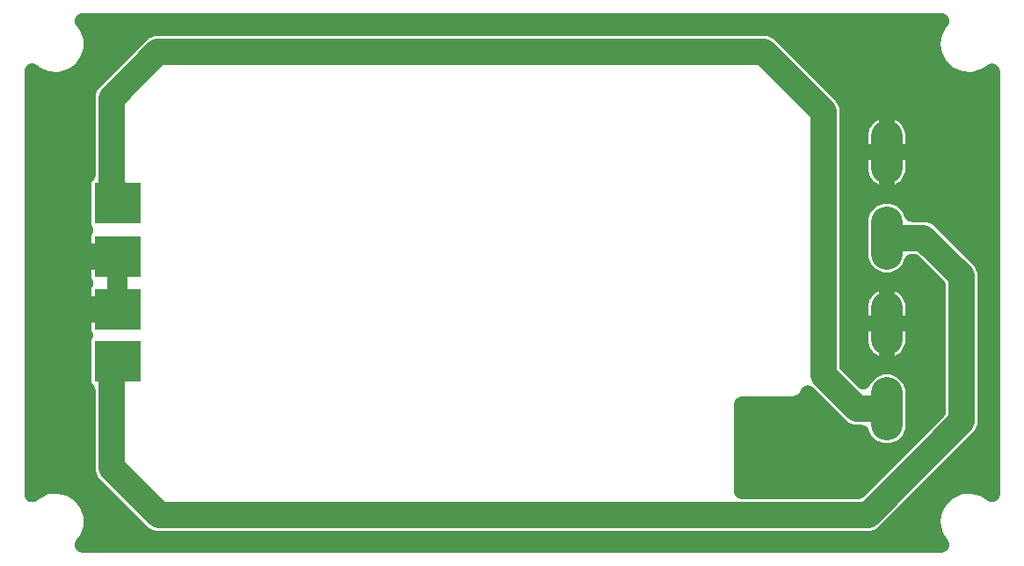
<source format=gbr>
G04 EAGLE Gerber RS-274X export*
G75*
%MOMM*%
%FSLAX34Y34*%
%LPD*%
%INBottom Copper*%
%IPPOS*%
%AMOC8*
5,1,8,0,0,1.08239X$1,22.5*%
G01*
%ADD10C,3.048000*%
%ADD11R,4.445000X4.000000*%
%ADD12C,2.540000*%
%ADD13C,2.540000*%
%ADD14C,1.524000*%

G36*
X990341Y83081D02*
X990341Y83081D01*
X990630Y83088D01*
X990730Y83100D01*
X990832Y83106D01*
X991118Y83150D01*
X991404Y83186D01*
X991503Y83210D01*
X991603Y83225D01*
X991883Y83298D01*
X992164Y83364D01*
X992260Y83397D01*
X992358Y83423D01*
X992629Y83524D01*
X992902Y83618D01*
X992994Y83661D01*
X993089Y83697D01*
X993348Y83826D01*
X993610Y83947D01*
X993697Y83999D01*
X993788Y84044D01*
X994032Y84199D01*
X994280Y84346D01*
X994362Y84407D01*
X994448Y84461D01*
X994675Y84640D01*
X994907Y84812D01*
X994982Y84881D01*
X995062Y84944D01*
X995269Y85144D01*
X995482Y85339D01*
X995549Y85415D01*
X995623Y85486D01*
X995809Y85707D01*
X996000Y85923D01*
X996060Y86005D01*
X996125Y86083D01*
X996288Y86322D01*
X996456Y86556D01*
X996507Y86644D01*
X996564Y86728D01*
X996701Y86983D01*
X996845Y87233D01*
X996886Y87326D01*
X996935Y87415D01*
X997045Y87682D01*
X997163Y87946D01*
X997194Y88043D01*
X997233Y88137D01*
X997316Y88413D01*
X997406Y88688D01*
X997427Y88787D01*
X997456Y88884D01*
X997510Y89168D01*
X997571Y89450D01*
X997583Y89551D01*
X997602Y89651D01*
X997626Y89939D01*
X997658Y90226D01*
X997659Y90328D01*
X997668Y90429D01*
X997663Y90717D01*
X997665Y91006D01*
X997656Y91108D01*
X997654Y91209D01*
X997619Y91496D01*
X997592Y91783D01*
X997573Y91883D01*
X997560Y91984D01*
X997497Y92265D01*
X997440Y92549D01*
X997411Y92646D01*
X997388Y92745D01*
X997296Y93019D01*
X997211Y93295D01*
X997171Y93389D01*
X997139Y93485D01*
X997019Y93748D01*
X996906Y94014D01*
X996858Y94102D01*
X996815Y94195D01*
X996669Y94445D01*
X996530Y94697D01*
X996472Y94781D01*
X996421Y94869D01*
X996250Y95102D01*
X996086Y95339D01*
X996019Y95416D01*
X995959Y95498D01*
X995766Y95712D01*
X995578Y95932D01*
X995483Y96025D01*
X995436Y96077D01*
X995367Y96139D01*
X995226Y96277D01*
X990986Y104114D01*
X989520Y112900D01*
X990986Y121686D01*
X995226Y129521D01*
X1001779Y135554D01*
X1009937Y139132D01*
X1018815Y139868D01*
X1027450Y137681D01*
X1034628Y132992D01*
X1034735Y132929D01*
X1034839Y132859D01*
X1035073Y132732D01*
X1035302Y132599D01*
X1035415Y132548D01*
X1035525Y132488D01*
X1035771Y132387D01*
X1036013Y132277D01*
X1036131Y132238D01*
X1036247Y132190D01*
X1036502Y132114D01*
X1036753Y132030D01*
X1036875Y132003D01*
X1036995Y131967D01*
X1037256Y131917D01*
X1037515Y131859D01*
X1037639Y131845D01*
X1037761Y131822D01*
X1038026Y131799D01*
X1038290Y131768D01*
X1038415Y131766D01*
X1038539Y131755D01*
X1038804Y131760D01*
X1039070Y131756D01*
X1039195Y131767D01*
X1039319Y131769D01*
X1039583Y131801D01*
X1039848Y131824D01*
X1039971Y131848D01*
X1040094Y131863D01*
X1040353Y131921D01*
X1040614Y131971D01*
X1040734Y132007D01*
X1040855Y132035D01*
X1041107Y132120D01*
X1041362Y132196D01*
X1041477Y132244D01*
X1041595Y132284D01*
X1041837Y132394D01*
X1042082Y132497D01*
X1042192Y132556D01*
X1042305Y132608D01*
X1042535Y132742D01*
X1042768Y132869D01*
X1042871Y132939D01*
X1042979Y133002D01*
X1043193Y133160D01*
X1043412Y133310D01*
X1043508Y133390D01*
X1043608Y133464D01*
X1043805Y133642D01*
X1044008Y133814D01*
X1044095Y133904D01*
X1044187Y133987D01*
X1044365Y134185D01*
X1044549Y134376D01*
X1044626Y134474D01*
X1044710Y134567D01*
X1044866Y134781D01*
X1045030Y134991D01*
X1045096Y135097D01*
X1045170Y135197D01*
X1045304Y135427D01*
X1045445Y135652D01*
X1045500Y135764D01*
X1045563Y135871D01*
X1045673Y136114D01*
X1045791Y136352D01*
X1045834Y136468D01*
X1045886Y136582D01*
X1045970Y136834D01*
X1046063Y137083D01*
X1046094Y137204D01*
X1046134Y137322D01*
X1046192Y137581D01*
X1046259Y137839D01*
X1046278Y137962D01*
X1046305Y138084D01*
X1046336Y138347D01*
X1046376Y138610D01*
X1046382Y138735D01*
X1046397Y138859D01*
X1046414Y139370D01*
X1046414Y546430D01*
X1046408Y546554D01*
X1046410Y546679D01*
X1046388Y546944D01*
X1046374Y547209D01*
X1046355Y547332D01*
X1046345Y547457D01*
X1046296Y547718D01*
X1046255Y547980D01*
X1046223Y548101D01*
X1046200Y548224D01*
X1046124Y548478D01*
X1046057Y548735D01*
X1046013Y548852D01*
X1045978Y548972D01*
X1045876Y549217D01*
X1045783Y549466D01*
X1045728Y549578D01*
X1045680Y549693D01*
X1045554Y549927D01*
X1045436Y550165D01*
X1045369Y550271D01*
X1045310Y550380D01*
X1045161Y550600D01*
X1045019Y550825D01*
X1044942Y550923D01*
X1044872Y551026D01*
X1044701Y551229D01*
X1044536Y551439D01*
X1044450Y551528D01*
X1044370Y551624D01*
X1044179Y551808D01*
X1043994Y552000D01*
X1043898Y552080D01*
X1043809Y552167D01*
X1043600Y552331D01*
X1043397Y552502D01*
X1043294Y552572D01*
X1043196Y552650D01*
X1042971Y552792D01*
X1042752Y552941D01*
X1042642Y553000D01*
X1042536Y553067D01*
X1042299Y553186D01*
X1042065Y553312D01*
X1041949Y553359D01*
X1041838Y553415D01*
X1041589Y553508D01*
X1041343Y553610D01*
X1041224Y553646D01*
X1041107Y553690D01*
X1040850Y553757D01*
X1040596Y553833D01*
X1040473Y553856D01*
X1040352Y553888D01*
X1040090Y553929D01*
X1039829Y553978D01*
X1039705Y553989D01*
X1039581Y554008D01*
X1039315Y554022D01*
X1039051Y554045D01*
X1038927Y554042D01*
X1038802Y554049D01*
X1038536Y554036D01*
X1038271Y554031D01*
X1038147Y554016D01*
X1038022Y554010D01*
X1037759Y553969D01*
X1037496Y553937D01*
X1037374Y553910D01*
X1037251Y553891D01*
X1036994Y553824D01*
X1036735Y553765D01*
X1036616Y553725D01*
X1036496Y553694D01*
X1036247Y553601D01*
X1035995Y553516D01*
X1035881Y553464D01*
X1035765Y553420D01*
X1035527Y553303D01*
X1035285Y553192D01*
X1035177Y553129D01*
X1035065Y553074D01*
X1034628Y552808D01*
X1027450Y548119D01*
X1018815Y545932D01*
X1009937Y546668D01*
X1001779Y550246D01*
X995226Y556279D01*
X990986Y564114D01*
X989520Y572900D01*
X990986Y581686D01*
X995227Y589524D01*
X995415Y589715D01*
X995623Y589916D01*
X995688Y589994D01*
X995759Y590067D01*
X995939Y590292D01*
X996125Y590513D01*
X996183Y590597D01*
X996246Y590677D01*
X996401Y590919D01*
X996564Y591159D01*
X996613Y591248D01*
X996667Y591334D01*
X996797Y591591D01*
X996935Y591845D01*
X996974Y591940D01*
X997020Y592030D01*
X997123Y592299D01*
X997233Y592567D01*
X997262Y592664D01*
X997299Y592759D01*
X997374Y593038D01*
X997456Y593315D01*
X997475Y593415D01*
X997502Y593513D01*
X997548Y593798D01*
X997602Y594081D01*
X997610Y594183D01*
X997626Y594283D01*
X997643Y594572D01*
X997668Y594859D01*
X997666Y594961D01*
X997672Y595062D01*
X997659Y595351D01*
X997654Y595639D01*
X997642Y595740D01*
X997637Y595842D01*
X997595Y596128D01*
X997560Y596414D01*
X997538Y596513D01*
X997523Y596614D01*
X997452Y596894D01*
X997388Y597175D01*
X997356Y597272D01*
X997331Y597370D01*
X997231Y597642D01*
X997139Y597915D01*
X997097Y598008D01*
X997062Y598103D01*
X996935Y598362D01*
X996815Y598625D01*
X996764Y598713D01*
X996719Y598804D01*
X996567Y599050D01*
X996421Y599299D01*
X996361Y599381D01*
X996307Y599467D01*
X996130Y599695D01*
X995959Y599928D01*
X995891Y600004D01*
X995829Y600084D01*
X995629Y600293D01*
X995436Y600507D01*
X995360Y600575D01*
X995290Y600649D01*
X995070Y600837D01*
X994856Y601030D01*
X994774Y601089D01*
X994696Y601156D01*
X994458Y601320D01*
X994226Y601490D01*
X994138Y601541D01*
X994054Y601599D01*
X993801Y601738D01*
X993552Y601883D01*
X993459Y601925D01*
X993370Y601974D01*
X993104Y602086D01*
X992841Y602206D01*
X992744Y602238D01*
X992651Y602278D01*
X992374Y602362D01*
X992101Y602454D01*
X992002Y602476D01*
X991904Y602506D01*
X991621Y602562D01*
X991339Y602625D01*
X991238Y602637D01*
X991139Y602656D01*
X990851Y602683D01*
X990564Y602717D01*
X990432Y602721D01*
X990361Y602728D01*
X990268Y602727D01*
X990053Y602734D01*
X162768Y602734D01*
X162719Y602732D01*
X162669Y602734D01*
X162328Y602712D01*
X161988Y602694D01*
X161940Y602687D01*
X161891Y602684D01*
X161554Y602627D01*
X161217Y602575D01*
X161169Y602562D01*
X161121Y602554D01*
X160793Y602464D01*
X160462Y602377D01*
X160416Y602360D01*
X160368Y602347D01*
X160051Y602223D01*
X159731Y602103D01*
X159687Y602081D01*
X159641Y602063D01*
X159338Y601908D01*
X159032Y601756D01*
X158991Y601729D01*
X158947Y601707D01*
X158661Y601521D01*
X158373Y601339D01*
X158334Y601308D01*
X158293Y601282D01*
X158027Y601067D01*
X157759Y600856D01*
X157723Y600822D01*
X157685Y600791D01*
X157444Y600552D01*
X157198Y600314D01*
X157166Y600276D01*
X157131Y600242D01*
X156916Y599979D01*
X156695Y599717D01*
X156667Y599676D01*
X156636Y599638D01*
X156449Y599354D01*
X156256Y599072D01*
X156233Y599028D01*
X156206Y598987D01*
X156048Y598685D01*
X155886Y598385D01*
X155867Y598339D01*
X155844Y598296D01*
X155718Y597979D01*
X155587Y597663D01*
X155573Y597616D01*
X155555Y597571D01*
X155462Y597243D01*
X155364Y596916D01*
X155355Y596867D01*
X155342Y596820D01*
X155282Y596483D01*
X155219Y596149D01*
X155215Y596100D01*
X155206Y596051D01*
X155182Y595710D01*
X155153Y595371D01*
X155154Y595322D01*
X155150Y595273D01*
X155161Y594931D01*
X155167Y594591D01*
X155172Y594542D01*
X155174Y594493D01*
X155219Y594154D01*
X155260Y593816D01*
X155271Y593768D01*
X155277Y593719D01*
X155357Y593387D01*
X155432Y593055D01*
X155448Y593008D01*
X155460Y592960D01*
X155573Y592638D01*
X155682Y592315D01*
X155702Y592270D01*
X155718Y592224D01*
X155864Y591915D01*
X156005Y591605D01*
X156030Y591562D01*
X156051Y591518D01*
X156227Y591226D01*
X156400Y590931D01*
X156429Y590892D01*
X156454Y590850D01*
X156755Y590435D01*
X160379Y585779D01*
X163271Y577354D01*
X163271Y568446D01*
X160379Y560021D01*
X154907Y552991D01*
X147450Y548119D01*
X138815Y545932D01*
X129937Y546668D01*
X121779Y550246D01*
X119525Y552321D01*
X119247Y552552D01*
X118967Y552788D01*
X118945Y552803D01*
X118925Y552819D01*
X118624Y553021D01*
X118321Y553227D01*
X118298Y553239D01*
X118276Y553254D01*
X117955Y553425D01*
X117635Y553597D01*
X117610Y553607D01*
X117587Y553620D01*
X117250Y553757D01*
X116913Y553896D01*
X116888Y553903D01*
X116864Y553913D01*
X116517Y554014D01*
X116165Y554119D01*
X116139Y554124D01*
X116114Y554131D01*
X115758Y554196D01*
X115399Y554264D01*
X115372Y554266D01*
X115347Y554271D01*
X114983Y554299D01*
X114621Y554330D01*
X114595Y554330D01*
X114568Y554332D01*
X114203Y554323D01*
X113841Y554316D01*
X113815Y554313D01*
X113788Y554313D01*
X113426Y554266D01*
X113066Y554223D01*
X113040Y554217D01*
X113014Y554214D01*
X112659Y554131D01*
X112305Y554051D01*
X112280Y554042D01*
X112254Y554036D01*
X111910Y553918D01*
X111565Y553801D01*
X111541Y553790D01*
X111516Y553782D01*
X111188Y553630D01*
X110855Y553478D01*
X110832Y553464D01*
X110808Y553453D01*
X110497Y553268D01*
X110181Y553083D01*
X110160Y553068D01*
X110138Y553054D01*
X109846Y552838D01*
X109552Y552622D01*
X109532Y552604D01*
X109511Y552588D01*
X109244Y552343D01*
X108973Y552098D01*
X108955Y552079D01*
X108936Y552061D01*
X108695Y551790D01*
X108450Y551519D01*
X108435Y551497D01*
X108418Y551478D01*
X108204Y551181D01*
X107990Y550888D01*
X107977Y550866D01*
X107962Y550844D01*
X107780Y550528D01*
X107597Y550214D01*
X107586Y550190D01*
X107573Y550168D01*
X107424Y549834D01*
X107274Y549504D01*
X107266Y549479D01*
X107255Y549455D01*
X107142Y549108D01*
X107026Y548764D01*
X107020Y548738D01*
X107012Y548713D01*
X106935Y548358D01*
X106855Y548002D01*
X106852Y547976D01*
X106846Y547950D01*
X106806Y547587D01*
X106763Y547227D01*
X106762Y547195D01*
X106760Y547175D01*
X106759Y547109D01*
X106746Y546715D01*
X106746Y139085D01*
X106764Y138720D01*
X106781Y138358D01*
X106784Y138332D01*
X106786Y138305D01*
X106842Y137944D01*
X106895Y137585D01*
X106901Y137560D01*
X106905Y137534D01*
X106998Y137180D01*
X107087Y136829D01*
X107096Y136804D01*
X107103Y136779D01*
X107231Y136437D01*
X107356Y136096D01*
X107368Y136073D01*
X107377Y136048D01*
X107540Y135721D01*
X107699Y135395D01*
X107713Y135373D01*
X107724Y135349D01*
X107918Y135042D01*
X108111Y134732D01*
X108127Y134712D01*
X108141Y134689D01*
X108366Y134403D01*
X108589Y134116D01*
X108607Y134097D01*
X108624Y134076D01*
X108877Y133814D01*
X109128Y133551D01*
X109148Y133534D01*
X109166Y133515D01*
X109445Y133280D01*
X109721Y133044D01*
X109743Y133029D01*
X109763Y133012D01*
X110065Y132807D01*
X110364Y132601D01*
X110387Y132588D01*
X110408Y132573D01*
X110730Y132400D01*
X111048Y132225D01*
X111072Y132215D01*
X111095Y132203D01*
X111433Y132063D01*
X111767Y131922D01*
X111792Y131914D01*
X111817Y131904D01*
X112167Y131800D01*
X112514Y131694D01*
X112539Y131689D01*
X112564Y131681D01*
X112923Y131613D01*
X113279Y131543D01*
X113305Y131541D01*
X113331Y131536D01*
X113694Y131505D01*
X114056Y131472D01*
X114083Y131472D01*
X114109Y131470D01*
X114472Y131476D01*
X114837Y131480D01*
X114863Y131483D01*
X114889Y131484D01*
X115250Y131527D01*
X115612Y131568D01*
X115638Y131574D01*
X115664Y131577D01*
X116018Y131657D01*
X116375Y131735D01*
X116400Y131744D01*
X116425Y131749D01*
X116769Y131865D01*
X117116Y131979D01*
X117140Y131990D01*
X117165Y131999D01*
X117496Y132150D01*
X117829Y132298D01*
X117851Y132311D01*
X117875Y132322D01*
X118190Y132507D01*
X118505Y132688D01*
X118526Y132703D01*
X118549Y132717D01*
X118842Y132932D01*
X119137Y133145D01*
X119162Y133166D01*
X119178Y133178D01*
X119226Y133221D01*
X119525Y133479D01*
X121779Y135554D01*
X129937Y139132D01*
X138815Y139868D01*
X147450Y137681D01*
X154907Y132809D01*
X160379Y125779D01*
X163271Y117354D01*
X163271Y108446D01*
X160379Y100021D01*
X156755Y95365D01*
X156727Y95324D01*
X156695Y95287D01*
X156503Y95004D01*
X156308Y94725D01*
X156284Y94682D01*
X156256Y94641D01*
X156094Y94341D01*
X155928Y94043D01*
X155909Y93998D01*
X155886Y93955D01*
X155755Y93640D01*
X155621Y93326D01*
X155606Y93279D01*
X155587Y93233D01*
X155490Y92906D01*
X155388Y92581D01*
X155378Y92533D01*
X155364Y92485D01*
X155301Y92150D01*
X155233Y91816D01*
X155228Y91767D01*
X155219Y91719D01*
X155190Y91379D01*
X155157Y91039D01*
X155157Y90990D01*
X155153Y90941D01*
X155159Y90600D01*
X155160Y90259D01*
X155166Y90210D01*
X155167Y90161D01*
X155207Y89822D01*
X155244Y89483D01*
X155254Y89435D01*
X155260Y89386D01*
X155335Y89053D01*
X155406Y88719D01*
X155421Y88673D01*
X155432Y88625D01*
X155541Y88301D01*
X155646Y87977D01*
X155666Y87932D01*
X155682Y87885D01*
X155823Y87574D01*
X155961Y87262D01*
X155985Y87220D01*
X156005Y87175D01*
X156179Y86879D01*
X156346Y86584D01*
X156375Y86544D01*
X156400Y86501D01*
X156602Y86226D01*
X156800Y85949D01*
X156832Y85912D01*
X156861Y85872D01*
X157090Y85619D01*
X157315Y85363D01*
X157352Y85329D01*
X157385Y85293D01*
X157638Y85065D01*
X157888Y84833D01*
X157928Y84803D01*
X157964Y84770D01*
X158240Y84569D01*
X158513Y84365D01*
X158555Y84339D01*
X158595Y84310D01*
X158890Y84138D01*
X159182Y83962D01*
X159226Y83942D01*
X159269Y83917D01*
X159581Y83775D01*
X159888Y83631D01*
X159934Y83615D01*
X159979Y83594D01*
X160304Y83485D01*
X160625Y83373D01*
X160673Y83362D01*
X160720Y83346D01*
X161052Y83272D01*
X161384Y83192D01*
X161433Y83186D01*
X161481Y83175D01*
X161818Y83135D01*
X162158Y83090D01*
X162207Y83089D01*
X162256Y83083D01*
X162768Y83066D01*
X990053Y83066D01*
X990341Y83081D01*
G37*
%LPC*%
G36*
X233188Y104139D02*
X233188Y104139D01*
X227587Y106460D01*
X177580Y156467D01*
X175259Y162068D01*
X175259Y239467D01*
X175259Y239470D01*
X175259Y239473D01*
X175239Y239858D01*
X175219Y240246D01*
X175219Y240249D01*
X175219Y240252D01*
X175161Y240620D01*
X175100Y241017D01*
X175099Y241021D01*
X175098Y241023D01*
X175003Y241386D01*
X174902Y241772D01*
X174901Y241775D01*
X174900Y241778D01*
X174762Y242145D01*
X174628Y242503D01*
X174627Y242506D01*
X174626Y242509D01*
X174449Y242863D01*
X174281Y243202D01*
X174279Y243205D01*
X174278Y243208D01*
X174068Y243539D01*
X173864Y243862D01*
X173862Y243864D01*
X173860Y243867D01*
X173619Y244173D01*
X173381Y244475D01*
X173379Y244478D01*
X173377Y244480D01*
X173028Y244854D01*
X172001Y245881D01*
X171614Y246815D01*
X171614Y287825D01*
X172286Y289448D01*
X172407Y289788D01*
X172531Y290128D01*
X172538Y290156D01*
X172548Y290184D01*
X172634Y290535D01*
X172722Y290885D01*
X172726Y290914D01*
X172733Y290942D01*
X172782Y291300D01*
X172834Y291657D01*
X172835Y291686D01*
X172839Y291715D01*
X172851Y292075D01*
X172866Y292437D01*
X172864Y292466D01*
X172865Y292495D01*
X172841Y292855D01*
X172819Y293216D01*
X172814Y293245D01*
X172812Y293274D01*
X172750Y293630D01*
X172692Y293986D01*
X172684Y294014D01*
X172679Y294043D01*
X172582Y294391D01*
X172487Y294739D01*
X172476Y294766D01*
X172468Y294794D01*
X172336Y295130D01*
X172206Y295467D01*
X172193Y295493D01*
X172182Y295520D01*
X172025Y295823D01*
X171712Y296579D01*
X171614Y297070D01*
X171614Y307321D01*
X194000Y307321D01*
X194262Y307334D01*
X194524Y307339D01*
X194651Y307354D01*
X194779Y307361D01*
X195039Y307401D01*
X195299Y307432D01*
X195424Y307461D01*
X195551Y307480D01*
X195805Y307547D01*
X196060Y307605D01*
X196182Y307645D01*
X196306Y307678D01*
X196551Y307770D01*
X196800Y307854D01*
X196916Y307907D01*
X197036Y307952D01*
X197271Y308069D01*
X197510Y308177D01*
X197621Y308242D01*
X197735Y308299D01*
X197957Y308439D01*
X198183Y308572D01*
X198287Y308648D01*
X198395Y308716D01*
X198601Y308878D01*
X198813Y309033D01*
X198908Y309119D01*
X199009Y309198D01*
X199197Y309381D01*
X199392Y309557D01*
X199478Y309652D01*
X199570Y309741D01*
X199739Y309942D01*
X199914Y310137D01*
X199990Y310240D01*
X200072Y310338D01*
X200220Y310555D01*
X200375Y310767D01*
X200439Y310877D01*
X200511Y310983D01*
X200636Y311215D01*
X200768Y311441D01*
X200821Y311558D01*
X200882Y311670D01*
X200982Y311913D01*
X201091Y312152D01*
X201131Y312273D01*
X201180Y312392D01*
X201210Y312492D01*
X201312Y312530D01*
X201560Y312614D01*
X201677Y312667D01*
X201797Y312712D01*
X202031Y312829D01*
X202270Y312938D01*
X202381Y313003D01*
X202495Y313059D01*
X202717Y313200D01*
X202944Y313332D01*
X203047Y313408D01*
X203155Y313476D01*
X203362Y313639D01*
X203573Y313794D01*
X203668Y313880D01*
X203769Y313959D01*
X203958Y314141D01*
X204152Y314317D01*
X204238Y314412D01*
X204330Y314501D01*
X204499Y314702D01*
X204675Y314897D01*
X204750Y315000D01*
X204833Y315098D01*
X204980Y315316D01*
X205135Y315527D01*
X205199Y315638D01*
X205271Y315744D01*
X205396Y315975D01*
X205528Y316201D01*
X205581Y316318D01*
X205642Y316431D01*
X205742Y316673D01*
X205851Y316912D01*
X205891Y317033D01*
X205940Y317152D01*
X206016Y317403D01*
X206099Y317652D01*
X206127Y317777D01*
X206163Y317900D01*
X206212Y318158D01*
X206270Y318413D01*
X206285Y318541D01*
X206309Y318667D01*
X206331Y318928D01*
X206362Y319188D01*
X206368Y319360D01*
X206375Y319444D01*
X206373Y319528D01*
X206379Y319700D01*
X206379Y365940D01*
X206366Y366202D01*
X206361Y366464D01*
X206346Y366591D01*
X206339Y366719D01*
X206299Y366979D01*
X206268Y367239D01*
X206239Y367364D01*
X206220Y367491D01*
X206153Y367745D01*
X206095Y368000D01*
X206054Y368122D01*
X206022Y368246D01*
X205930Y368491D01*
X205846Y368740D01*
X205793Y368856D01*
X205748Y368976D01*
X205631Y369211D01*
X205523Y369450D01*
X205458Y369561D01*
X205401Y369675D01*
X205261Y369897D01*
X205128Y370123D01*
X205052Y370227D01*
X204984Y370335D01*
X204822Y370541D01*
X204667Y370753D01*
X204581Y370848D01*
X204501Y370949D01*
X204319Y371137D01*
X204143Y371332D01*
X204048Y371418D01*
X203959Y371510D01*
X203758Y371679D01*
X203563Y371854D01*
X203460Y371930D01*
X203362Y372012D01*
X203145Y372160D01*
X202933Y372315D01*
X202823Y372379D01*
X202717Y372451D01*
X202485Y372576D01*
X202259Y372708D01*
X202142Y372761D01*
X202030Y372822D01*
X201787Y372922D01*
X201548Y373031D01*
X201427Y373071D01*
X201308Y373120D01*
X201208Y373150D01*
X201170Y373252D01*
X201086Y373500D01*
X201033Y373617D01*
X200988Y373737D01*
X200871Y373971D01*
X200762Y374210D01*
X200697Y374321D01*
X200641Y374435D01*
X200500Y374657D01*
X200368Y374884D01*
X200292Y374987D01*
X200224Y375095D01*
X200061Y375302D01*
X199906Y375513D01*
X199820Y375608D01*
X199741Y375709D01*
X199559Y375898D01*
X199383Y376092D01*
X199288Y376178D01*
X199199Y376270D01*
X198998Y376439D01*
X198803Y376615D01*
X198700Y376690D01*
X198602Y376773D01*
X198384Y376920D01*
X198173Y377075D01*
X198062Y377139D01*
X197956Y377211D01*
X197725Y377336D01*
X197499Y377468D01*
X197382Y377521D01*
X197269Y377582D01*
X197027Y377682D01*
X196788Y377791D01*
X196667Y377831D01*
X196548Y377880D01*
X196297Y377956D01*
X196048Y378039D01*
X195923Y378067D01*
X195800Y378103D01*
X195542Y378152D01*
X195287Y378210D01*
X195159Y378225D01*
X195033Y378249D01*
X194772Y378271D01*
X194512Y378302D01*
X194340Y378308D01*
X194256Y378315D01*
X194172Y378313D01*
X194000Y378319D01*
X171614Y378319D01*
X171614Y388570D01*
X171712Y389061D01*
X171919Y389562D01*
X172022Y389735D01*
X172210Y390044D01*
X172223Y390070D01*
X172238Y390096D01*
X172390Y390422D01*
X172545Y390749D01*
X172554Y390777D01*
X172567Y390803D01*
X172684Y391143D01*
X172805Y391484D01*
X172812Y391513D01*
X172822Y391541D01*
X172904Y391892D01*
X172989Y392243D01*
X172993Y392272D01*
X173000Y392301D01*
X173047Y392662D01*
X173095Y393016D01*
X173096Y393045D01*
X173100Y393075D01*
X173109Y393438D01*
X173121Y393796D01*
X173119Y393826D01*
X173120Y393855D01*
X173092Y394217D01*
X173067Y394575D01*
X173062Y394604D01*
X173060Y394633D01*
X172995Y394991D01*
X172933Y395344D01*
X172925Y395372D01*
X172920Y395401D01*
X172820Y395748D01*
X172722Y396095D01*
X172709Y396129D01*
X172703Y396151D01*
X172677Y396215D01*
X172542Y396574D01*
X171614Y398815D01*
X171614Y439825D01*
X172001Y440759D01*
X173028Y441786D01*
X173030Y441788D01*
X173032Y441790D01*
X173288Y442074D01*
X173551Y442365D01*
X173552Y442368D01*
X173555Y442370D01*
X173769Y442663D01*
X174011Y442995D01*
X174013Y442998D01*
X174015Y443000D01*
X174206Y443327D01*
X174405Y443669D01*
X174407Y443672D01*
X174408Y443674D01*
X174565Y444020D01*
X174728Y444379D01*
X174729Y444382D01*
X174731Y444385D01*
X174840Y444712D01*
X174977Y445119D01*
X174978Y445122D01*
X174979Y445125D01*
X175060Y445487D01*
X175149Y445880D01*
X175149Y445884D01*
X175150Y445887D01*
X175192Y446237D01*
X175242Y446655D01*
X175242Y446659D01*
X175242Y446662D01*
X175259Y447173D01*
X175259Y523732D01*
X177580Y529333D01*
X182938Y534692D01*
X220958Y572711D01*
X220958Y572712D01*
X220962Y572716D01*
X220963Y572716D01*
X226317Y578070D01*
X231918Y580391D01*
X822182Y580391D01*
X827783Y578070D01*
X833142Y572712D01*
X833142Y572711D01*
X889220Y516633D01*
X891541Y511032D01*
X891541Y263469D01*
X891541Y263466D01*
X891541Y263463D01*
X891561Y263070D01*
X891581Y262689D01*
X891581Y262686D01*
X891581Y262683D01*
X891643Y262287D01*
X891700Y261918D01*
X891701Y261915D01*
X891701Y261912D01*
X891806Y261513D01*
X891898Y261163D01*
X891899Y261160D01*
X891900Y261157D01*
X892038Y260791D01*
X892172Y260432D01*
X892173Y260429D01*
X892174Y260427D01*
X892345Y260083D01*
X892519Y259733D01*
X892521Y259731D01*
X892522Y259728D01*
X892737Y259390D01*
X892936Y259074D01*
X892938Y259071D01*
X892940Y259069D01*
X893181Y258763D01*
X893419Y258460D01*
X893421Y258458D01*
X893423Y258455D01*
X893772Y258081D01*
X909271Y242583D01*
X909417Y242451D01*
X909556Y242312D01*
X909706Y242190D01*
X909850Y242060D01*
X910009Y241944D01*
X910162Y241820D01*
X910324Y241713D01*
X910480Y241599D01*
X910650Y241500D01*
X910815Y241392D01*
X910987Y241303D01*
X911154Y241205D01*
X911333Y241123D01*
X911508Y241033D01*
X911688Y240962D01*
X911864Y240882D01*
X912051Y240819D01*
X912234Y240747D01*
X912421Y240695D01*
X912604Y240633D01*
X912796Y240590D01*
X912986Y240537D01*
X913177Y240504D01*
X913365Y240462D01*
X913561Y240438D01*
X913755Y240405D01*
X913948Y240392D01*
X914140Y240369D01*
X914337Y240365D01*
X914534Y240352D01*
X914727Y240359D01*
X914921Y240356D01*
X915117Y240373D01*
X915314Y240379D01*
X915506Y240406D01*
X915698Y240422D01*
X915892Y240459D01*
X916087Y240486D01*
X916275Y240532D01*
X916465Y240568D01*
X916653Y240625D01*
X916845Y240672D01*
X917027Y240737D01*
X917213Y240792D01*
X917395Y240867D01*
X917580Y240934D01*
X917755Y241017D01*
X917934Y241091D01*
X918107Y241185D01*
X918285Y241269D01*
X918450Y241370D01*
X918620Y241462D01*
X918783Y241573D01*
X918951Y241676D01*
X919105Y241793D01*
X919265Y241902D01*
X919416Y242029D01*
X919573Y242148D01*
X919714Y242280D01*
X919862Y242405D01*
X919999Y242546D01*
X920142Y242681D01*
X920270Y242827D01*
X920404Y242966D01*
X920526Y243121D01*
X920655Y243270D01*
X920766Y243428D01*
X920886Y243580D01*
X920991Y243747D01*
X921104Y243908D01*
X921199Y244077D01*
X921302Y244240D01*
X921390Y244417D01*
X921486Y244589D01*
X921608Y244857D01*
X921649Y244940D01*
X921665Y244983D01*
X921698Y245055D01*
X922326Y246572D01*
X927328Y251574D01*
X933863Y254281D01*
X940937Y254281D01*
X947472Y251574D01*
X952474Y246572D01*
X955181Y240037D01*
X955181Y202483D01*
X952474Y195948D01*
X947472Y190946D01*
X940937Y188239D01*
X933863Y188239D01*
X927328Y190946D01*
X922326Y195948D01*
X920103Y201316D01*
X919962Y201612D01*
X919826Y201910D01*
X919794Y201964D01*
X919768Y202021D01*
X919598Y202300D01*
X919431Y202584D01*
X919395Y202634D01*
X919362Y202687D01*
X919164Y202949D01*
X918970Y203213D01*
X918928Y203260D01*
X918890Y203309D01*
X918667Y203549D01*
X918447Y203792D01*
X918400Y203834D01*
X918358Y203880D01*
X918110Y204095D01*
X917867Y204315D01*
X917816Y204351D01*
X917769Y204392D01*
X917501Y204582D01*
X917237Y204775D01*
X917183Y204806D01*
X917132Y204842D01*
X916846Y205003D01*
X916563Y205168D01*
X916505Y205194D01*
X916451Y205225D01*
X916151Y205355D01*
X915852Y205491D01*
X915792Y205511D01*
X915735Y205535D01*
X915423Y205634D01*
X915112Y205739D01*
X915051Y205753D01*
X914991Y205771D01*
X914671Y205838D01*
X914350Y205910D01*
X914288Y205917D01*
X914227Y205930D01*
X913901Y205963D01*
X913575Y206002D01*
X913497Y206005D01*
X913451Y206009D01*
X913357Y206009D01*
X913064Y206019D01*
X906008Y206019D01*
X900407Y208340D01*
X868739Y240008D01*
X866837Y241909D01*
X866691Y242041D01*
X866552Y242180D01*
X866401Y242302D01*
X866258Y242432D01*
X866099Y242548D01*
X865946Y242672D01*
X865784Y242779D01*
X865628Y242893D01*
X865458Y242992D01*
X865293Y243100D01*
X865121Y243189D01*
X864954Y243287D01*
X864775Y243369D01*
X864600Y243459D01*
X864420Y243530D01*
X864244Y243610D01*
X864057Y243673D01*
X863874Y243745D01*
X863687Y243797D01*
X863504Y243859D01*
X863312Y243902D01*
X863122Y243955D01*
X862931Y243988D01*
X862743Y244030D01*
X862547Y244054D01*
X862353Y244087D01*
X862160Y244100D01*
X861968Y244123D01*
X861771Y244127D01*
X861574Y244140D01*
X861381Y244133D01*
X861187Y244136D01*
X860991Y244119D01*
X860794Y244113D01*
X860603Y244086D01*
X860410Y244070D01*
X860216Y244033D01*
X860021Y244006D01*
X859833Y243960D01*
X859643Y243924D01*
X859455Y243867D01*
X859263Y243820D01*
X859081Y243755D01*
X858895Y243700D01*
X858713Y243624D01*
X858528Y243558D01*
X858353Y243475D01*
X858174Y243401D01*
X858001Y243307D01*
X857823Y243223D01*
X857658Y243122D01*
X857488Y243030D01*
X857325Y242919D01*
X857157Y242816D01*
X857003Y242700D01*
X856843Y242590D01*
X856692Y242463D01*
X856535Y242344D01*
X856394Y242212D01*
X856246Y242087D01*
X856109Y241946D01*
X855966Y241811D01*
X855838Y241665D01*
X855704Y241526D01*
X855582Y241371D01*
X855453Y241222D01*
X855342Y241064D01*
X855222Y240912D01*
X855117Y240745D01*
X855004Y240584D01*
X854909Y240415D01*
X854806Y240252D01*
X854718Y240075D01*
X854622Y239903D01*
X854501Y239636D01*
X854459Y239552D01*
X854443Y239509D01*
X854410Y239437D01*
X853656Y237617D01*
X850796Y234757D01*
X847060Y233209D01*
X797823Y233209D01*
X797561Y233196D01*
X797299Y233191D01*
X797172Y233176D01*
X797044Y233169D01*
X796784Y233129D01*
X796524Y233098D01*
X796399Y233069D01*
X796272Y233050D01*
X796018Y232983D01*
X795763Y232925D01*
X795641Y232884D01*
X795517Y232852D01*
X795272Y232760D01*
X795023Y232676D01*
X794907Y232623D01*
X794787Y232578D01*
X794552Y232461D01*
X794313Y232353D01*
X794202Y232288D01*
X794088Y232231D01*
X793866Y232091D01*
X793639Y231958D01*
X793536Y231882D01*
X793428Y231814D01*
X793221Y231652D01*
X793010Y231497D01*
X792915Y231411D01*
X792814Y231331D01*
X792626Y231149D01*
X792431Y230973D01*
X792345Y230878D01*
X792253Y230789D01*
X792084Y230588D01*
X791909Y230393D01*
X791833Y230290D01*
X791751Y230192D01*
X791603Y229975D01*
X791448Y229763D01*
X791384Y229653D01*
X791312Y229547D01*
X791187Y229315D01*
X791055Y229089D01*
X791002Y228972D01*
X790941Y228860D01*
X790841Y228617D01*
X790732Y228378D01*
X790692Y228257D01*
X790643Y228138D01*
X790568Y227887D01*
X790484Y227638D01*
X790456Y227513D01*
X790420Y227391D01*
X790371Y227132D01*
X790313Y226877D01*
X790298Y226750D01*
X790274Y226624D01*
X790252Y226362D01*
X790221Y226102D01*
X790215Y225930D01*
X790208Y225846D01*
X790210Y225762D01*
X790204Y225590D01*
X790204Y142240D01*
X790217Y141978D01*
X790222Y141716D01*
X790237Y141589D01*
X790244Y141461D01*
X790284Y141201D01*
X790315Y140941D01*
X790344Y140816D01*
X790363Y140689D01*
X790430Y140435D01*
X790488Y140180D01*
X790529Y140058D01*
X790561Y139934D01*
X790653Y139688D01*
X790737Y139440D01*
X790790Y139323D01*
X790835Y139203D01*
X790952Y138969D01*
X791061Y138730D01*
X791125Y138619D01*
X791182Y138505D01*
X791322Y138283D01*
X791455Y138056D01*
X791531Y137953D01*
X791599Y137845D01*
X791762Y137638D01*
X791917Y137427D01*
X792002Y137332D01*
X792082Y137231D01*
X792264Y137042D01*
X792440Y136848D01*
X792535Y136762D01*
X792624Y136670D01*
X792825Y136501D01*
X793020Y136325D01*
X793123Y136250D01*
X793221Y136167D01*
X793439Y136020D01*
X793650Y135865D01*
X793760Y135801D01*
X793867Y135729D01*
X794098Y135604D01*
X794324Y135472D01*
X794441Y135419D01*
X794553Y135358D01*
X794796Y135258D01*
X795035Y135149D01*
X795156Y135109D01*
X795275Y135060D01*
X795526Y134984D01*
X795775Y134901D01*
X795900Y134873D01*
X796023Y134837D01*
X796281Y134788D01*
X796536Y134730D01*
X796663Y134715D01*
X796789Y134691D01*
X797051Y134669D01*
X797311Y134638D01*
X797483Y134632D01*
X797567Y134625D01*
X797651Y134627D01*
X797823Y134621D01*
X910011Y134621D01*
X910014Y134621D01*
X910017Y134621D01*
X910403Y134641D01*
X910791Y134661D01*
X910794Y134661D01*
X910797Y134661D01*
X911164Y134719D01*
X911562Y134780D01*
X911565Y134781D01*
X911568Y134782D01*
X911935Y134878D01*
X912317Y134978D01*
X912320Y134979D01*
X912323Y134980D01*
X912689Y135118D01*
X913048Y135252D01*
X913050Y135253D01*
X913053Y135254D01*
X913409Y135431D01*
X913747Y135599D01*
X913749Y135601D01*
X913752Y135602D01*
X914084Y135812D01*
X914406Y136016D01*
X914409Y136018D01*
X914411Y136020D01*
X914717Y136261D01*
X915020Y136499D01*
X915022Y136501D01*
X915025Y136503D01*
X915399Y136852D01*
X992178Y213631D01*
X992180Y213634D01*
X992182Y213636D01*
X992438Y213919D01*
X992701Y214211D01*
X992702Y214213D01*
X992705Y214216D01*
X992926Y214519D01*
X993161Y214841D01*
X993163Y214843D01*
X993165Y214846D01*
X993356Y215173D01*
X993555Y215514D01*
X993557Y215517D01*
X993558Y215520D01*
X993714Y215863D01*
X993878Y216225D01*
X993879Y216228D01*
X993881Y216231D01*
X994001Y216589D01*
X994127Y216965D01*
X994128Y216968D01*
X994129Y216971D01*
X994210Y217332D01*
X994299Y217726D01*
X994299Y217729D01*
X994300Y217732D01*
X994341Y218080D01*
X994392Y218501D01*
X994392Y218504D01*
X994392Y218507D01*
X994409Y219019D01*
X994409Y339781D01*
X994409Y339784D01*
X994409Y339787D01*
X994390Y340152D01*
X994369Y340561D01*
X994369Y340564D01*
X994369Y340567D01*
X994315Y340909D01*
X994250Y341332D01*
X994249Y341335D01*
X994248Y341338D01*
X994154Y341699D01*
X994052Y342087D01*
X994051Y342090D01*
X994050Y342093D01*
X993912Y342459D01*
X993778Y342818D01*
X993777Y342820D01*
X993776Y342823D01*
X993602Y343173D01*
X993431Y343517D01*
X993429Y343519D01*
X993428Y343522D01*
X993218Y343854D01*
X993014Y344176D01*
X993012Y344179D01*
X993010Y344181D01*
X992777Y344477D01*
X992531Y344790D01*
X992529Y344792D01*
X992527Y344795D01*
X992178Y345169D01*
X968559Y368788D01*
X968556Y368790D01*
X968554Y368792D01*
X968271Y369048D01*
X967979Y369311D01*
X967977Y369312D01*
X967974Y369315D01*
X967671Y369536D01*
X967349Y369771D01*
X967347Y369773D01*
X967344Y369775D01*
X967017Y369966D01*
X966676Y370165D01*
X966673Y370167D01*
X966670Y370168D01*
X966320Y370327D01*
X965965Y370488D01*
X965962Y370489D01*
X965959Y370491D01*
X965601Y370611D01*
X965225Y370737D01*
X965222Y370738D01*
X965219Y370739D01*
X964858Y370820D01*
X964464Y370909D01*
X964461Y370909D01*
X964458Y370910D01*
X964092Y370953D01*
X963689Y371002D01*
X963686Y371002D01*
X963683Y371002D01*
X963171Y371019D01*
X961736Y371019D01*
X961409Y371002D01*
X961081Y370991D01*
X961019Y370982D01*
X960957Y370979D01*
X960633Y370929D01*
X960308Y370884D01*
X960247Y370869D01*
X960186Y370860D01*
X959869Y370777D01*
X959550Y370699D01*
X959491Y370678D01*
X959431Y370662D01*
X959124Y370547D01*
X958815Y370437D01*
X958758Y370410D01*
X958700Y370388D01*
X958406Y370242D01*
X958110Y370101D01*
X958057Y370069D01*
X958001Y370041D01*
X957724Y369866D01*
X957444Y369695D01*
X957394Y369657D01*
X957341Y369624D01*
X957083Y369421D01*
X956822Y369223D01*
X956777Y369180D01*
X956728Y369141D01*
X956492Y368913D01*
X956252Y368690D01*
X956211Y368642D01*
X956167Y368599D01*
X955956Y368348D01*
X955740Y368101D01*
X955704Y368050D01*
X955664Y368002D01*
X955479Y367731D01*
X955291Y367463D01*
X955260Y367408D01*
X955225Y367357D01*
X955069Y367068D01*
X954909Y366782D01*
X954876Y366710D01*
X954854Y366670D01*
X954819Y366584D01*
X954697Y366316D01*
X952474Y360948D01*
X947472Y355946D01*
X940937Y353239D01*
X933863Y353239D01*
X927328Y355946D01*
X922326Y360948D01*
X919619Y367483D01*
X919619Y405037D01*
X922326Y411572D01*
X927328Y416574D01*
X933863Y419281D01*
X940937Y419281D01*
X947472Y416574D01*
X952474Y411572D01*
X954697Y406204D01*
X954838Y405908D01*
X954974Y405610D01*
X955006Y405556D01*
X955032Y405499D01*
X955202Y405220D01*
X955369Y404936D01*
X955405Y404886D01*
X955438Y404833D01*
X955636Y404571D01*
X955830Y404307D01*
X955872Y404260D01*
X955910Y404211D01*
X956133Y403971D01*
X956353Y403728D01*
X956400Y403686D01*
X956442Y403640D01*
X956690Y403425D01*
X956933Y403205D01*
X956984Y403169D01*
X957031Y403128D01*
X957299Y402938D01*
X957563Y402745D01*
X957617Y402714D01*
X957668Y402678D01*
X957954Y402517D01*
X958237Y402352D01*
X958295Y402326D01*
X958349Y402295D01*
X958649Y402165D01*
X958948Y402029D01*
X959008Y402009D01*
X959065Y401985D01*
X959377Y401886D01*
X959688Y401781D01*
X959749Y401767D01*
X959809Y401749D01*
X960129Y401682D01*
X960450Y401610D01*
X960512Y401603D01*
X960573Y401590D01*
X960899Y401557D01*
X961225Y401518D01*
X961303Y401515D01*
X961349Y401511D01*
X961443Y401511D01*
X961736Y401501D01*
X975672Y401501D01*
X981273Y399180D01*
X1022570Y357883D01*
X1024891Y352282D01*
X1024891Y206518D01*
X1022570Y200917D01*
X928113Y106460D01*
X922512Y104139D01*
X233188Y104139D01*
G37*
%LPD*%
%LPC*%
G36*
X171614Y327319D02*
X171614Y327319D01*
X171614Y337570D01*
X171712Y338061D01*
X171903Y338523D01*
X171946Y338587D01*
X172114Y338869D01*
X172286Y339148D01*
X172314Y339204D01*
X172346Y339257D01*
X172484Y339555D01*
X172627Y339850D01*
X172648Y339908D01*
X172675Y339965D01*
X172782Y340274D01*
X172894Y340583D01*
X172909Y340644D01*
X172930Y340703D01*
X173005Y341022D01*
X173085Y341340D01*
X173094Y341402D01*
X173108Y341462D01*
X173150Y341788D01*
X173197Y342112D01*
X173200Y342175D01*
X173208Y342236D01*
X173216Y342565D01*
X173230Y342892D01*
X173226Y342954D01*
X173227Y343017D01*
X173202Y343343D01*
X173182Y343671D01*
X173172Y343733D01*
X173167Y343795D01*
X173109Y344117D01*
X173055Y344441D01*
X173039Y344502D01*
X173028Y344563D01*
X172937Y344877D01*
X172851Y345194D01*
X172828Y345253D01*
X172811Y345312D01*
X172688Y345616D01*
X172570Y345923D01*
X172541Y345978D01*
X172518Y346036D01*
X172365Y346326D01*
X172216Y346618D01*
X172174Y346685D01*
X172153Y346726D01*
X172101Y346803D01*
X171946Y347053D01*
X171903Y347117D01*
X171712Y347579D01*
X171614Y348070D01*
X171614Y358321D01*
X186381Y358321D01*
X186381Y327319D01*
X171614Y327319D01*
G37*
%LPD*%
%LPC*%
G36*
X945019Y476429D02*
X945019Y476429D01*
X945019Y500116D01*
X946015Y499637D01*
X947705Y498574D01*
X949267Y497329D01*
X950679Y495917D01*
X951924Y494355D01*
X952987Y492665D01*
X953853Y490865D01*
X954513Y488980D01*
X954957Y487033D01*
X955181Y485049D01*
X955181Y476429D01*
X945019Y476429D01*
G37*
%LPD*%
%LPC*%
G36*
X945019Y311379D02*
X945019Y311379D01*
X945019Y335066D01*
X946015Y334587D01*
X947705Y333524D01*
X949267Y332279D01*
X950679Y330867D01*
X951924Y329305D01*
X952987Y327615D01*
X953853Y325815D01*
X954513Y323930D01*
X954957Y321983D01*
X955181Y319999D01*
X955181Y311379D01*
X945019Y311379D01*
G37*
%LPD*%
%LPC*%
G36*
X945019Y296141D02*
X945019Y296141D01*
X955181Y296141D01*
X955181Y287521D01*
X954957Y285537D01*
X954513Y283590D01*
X953853Y281705D01*
X952987Y279905D01*
X951924Y278215D01*
X950679Y276653D01*
X949267Y275241D01*
X947705Y273996D01*
X946015Y272933D01*
X945019Y272454D01*
X945019Y296141D01*
G37*
%LPD*%
%LPC*%
G36*
X945019Y461191D02*
X945019Y461191D01*
X955181Y461191D01*
X955181Y452571D01*
X954957Y450587D01*
X954513Y448640D01*
X953853Y446755D01*
X952987Y444955D01*
X951924Y443265D01*
X950679Y441703D01*
X949267Y440291D01*
X947705Y439046D01*
X946015Y437983D01*
X945019Y437504D01*
X945019Y461191D01*
G37*
%LPD*%
%LPC*%
G36*
X919619Y476429D02*
X919619Y476429D01*
X919619Y485049D01*
X919843Y487033D01*
X920287Y488980D01*
X920947Y490865D01*
X921813Y492665D01*
X922876Y494355D01*
X924121Y495917D01*
X925533Y497329D01*
X927095Y498574D01*
X928785Y499637D01*
X929781Y500116D01*
X929781Y476429D01*
X919619Y476429D01*
G37*
%LPD*%
%LPC*%
G36*
X919619Y311379D02*
X919619Y311379D01*
X919619Y319999D01*
X919843Y321983D01*
X920287Y323930D01*
X920947Y325815D01*
X921813Y327615D01*
X922876Y329305D01*
X924121Y330867D01*
X925533Y332279D01*
X927095Y333524D01*
X928785Y334587D01*
X929781Y335066D01*
X929781Y311379D01*
X919619Y311379D01*
G37*
%LPD*%
%LPC*%
G36*
X928785Y437983D02*
X928785Y437983D01*
X927095Y439046D01*
X925533Y440291D01*
X924121Y441703D01*
X922876Y443265D01*
X921813Y444955D01*
X920947Y446755D01*
X920287Y448640D01*
X919843Y450587D01*
X919619Y452571D01*
X919619Y461191D01*
X929781Y461191D01*
X929781Y437504D01*
X928785Y437983D01*
G37*
%LPD*%
%LPC*%
G36*
X928785Y272933D02*
X928785Y272933D01*
X927095Y273996D01*
X925533Y275241D01*
X924121Y276653D01*
X922876Y278215D01*
X921813Y279905D01*
X920947Y281705D01*
X920287Y283590D01*
X919843Y285537D01*
X919619Y287521D01*
X919619Y296141D01*
X929781Y296141D01*
X929781Y272454D01*
X928785Y272933D01*
G37*
%LPD*%
D10*
X937400Y236500D02*
X937400Y206020D01*
X937400Y288520D02*
X937400Y319000D01*
X937400Y371020D02*
X937400Y401500D01*
X937400Y453570D02*
X937400Y484050D01*
D11*
X196380Y419320D03*
X196380Y368320D03*
X196380Y317320D03*
X196380Y267320D03*
D12*
X196360Y368300D02*
X196380Y368320D01*
X196360Y368300D02*
X139700Y368300D01*
D13*
X139700Y368300D03*
D12*
X139880Y317320D02*
X196380Y317320D01*
X139880Y317320D02*
X139700Y317500D01*
D13*
X139700Y317500D03*
D12*
X909040Y221260D02*
X937400Y221260D01*
X909040Y221260D02*
X876300Y254000D01*
X876300Y508000D01*
X819150Y565150D01*
X234950Y565150D02*
X190500Y520700D01*
X190500Y444500D01*
X190500Y425200D01*
X195173Y420527D01*
X195173Y419320D01*
X190720Y419320D01*
X190500Y419100D01*
X195173Y414427D01*
X195173Y412750D01*
X195173Y414427D02*
X195173Y419320D01*
X234950Y565150D02*
X819150Y565150D01*
D14*
X196380Y438620D02*
X190500Y444500D01*
X196380Y438620D02*
X196380Y419320D01*
D12*
X937400Y386260D02*
X972640Y386260D01*
X1009650Y349250D01*
X1009650Y209550D01*
X919480Y119380D01*
X236220Y119380D01*
X190500Y165100D01*
D14*
X190500Y261440D02*
X196380Y267320D01*
D12*
X190500Y261440D02*
X190500Y165100D01*
X190500Y261440D02*
X195173Y266113D01*
X195173Y267320D01*
M02*

</source>
